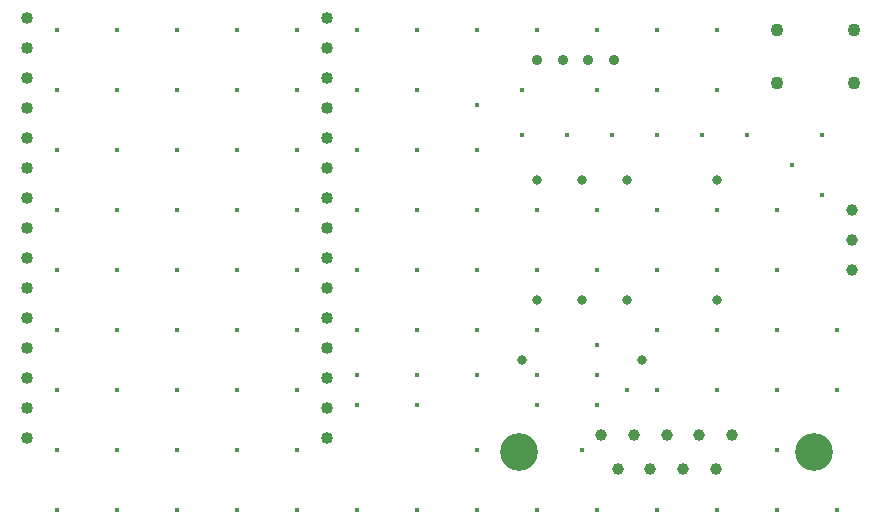
<source format=gbr>
%TF.GenerationSoftware,KiCad,Pcbnew,6.0.7-1.fc36*%
%TF.CreationDate,2022-09-04T22:08:56+02:00*%
%TF.ProjectId,Project,50726f6a-6563-4742-9e6b-696361645f70,rev?*%
%TF.SameCoordinates,Original*%
%TF.FileFunction,Plated,1,2,PTH,Drill*%
%TF.FilePolarity,Positive*%
%FSLAX46Y46*%
G04 Gerber Fmt 4.6, Leading zero omitted, Abs format (unit mm)*
G04 Created by KiCad (PCBNEW 6.0.7-1.fc36) date 2022-09-04 22:08:56*
%MOMM*%
%LPD*%
G01*
G04 APERTURE LIST*
%TA.AperFunction,ViaDrill*%
%ADD10C,0.400000*%
%TD*%
%TA.AperFunction,ComponentDrill*%
%ADD11C,0.800000*%
%TD*%
%TA.AperFunction,ComponentDrill*%
%ADD12C,0.900000*%
%TD*%
%TA.AperFunction,ComponentDrill*%
%ADD13C,1.000000*%
%TD*%
%TA.AperFunction,ComponentDrill*%
%ADD14C,1.020000*%
%TD*%
%TA.AperFunction,ComponentDrill*%
%ADD15C,1.100000*%
%TD*%
%TA.AperFunction,ComponentDrill*%
%ADD16C,3.200000*%
%TD*%
G04 APERTURE END LIST*
D10*
X44450000Y-91440000D03*
X44450000Y-96520000D03*
X44450000Y-101600000D03*
X44450000Y-106680000D03*
X44450000Y-111760000D03*
X44450000Y-116840000D03*
X44450000Y-121920000D03*
X44450000Y-127000000D03*
X44450000Y-132080000D03*
X49530000Y-91440000D03*
X49530000Y-96520000D03*
X49530000Y-101600000D03*
X49530000Y-106680000D03*
X49530000Y-111760000D03*
X49530000Y-116840000D03*
X49530000Y-121920000D03*
X49530000Y-127000000D03*
X49530000Y-132080000D03*
X54610000Y-91440000D03*
X54610000Y-96520000D03*
X54610000Y-101600000D03*
X54610000Y-106680000D03*
X54610000Y-111760000D03*
X54610000Y-116840000D03*
X54610000Y-121920000D03*
X54610000Y-127000000D03*
X54610000Y-132080000D03*
X59690000Y-91440000D03*
X59690000Y-96520000D03*
X59690000Y-101600000D03*
X59690000Y-106680000D03*
X59690000Y-111760000D03*
X59690000Y-116840000D03*
X59690000Y-121920000D03*
X59690000Y-127000000D03*
X59690000Y-132080000D03*
X64770000Y-91440000D03*
X64770000Y-96520000D03*
X64770000Y-101600000D03*
X64770000Y-106680000D03*
X64770000Y-111760000D03*
X64770000Y-116840000D03*
X64770000Y-121920000D03*
X64770000Y-127000000D03*
X64770000Y-132080000D03*
X69850000Y-91440000D03*
X69850000Y-96520000D03*
X69850000Y-101600000D03*
X69850000Y-106680000D03*
X69850000Y-111760000D03*
X69850000Y-116840000D03*
X69850000Y-120650000D03*
X69850000Y-123190000D03*
X69850000Y-132080000D03*
X74930000Y-91440000D03*
X74930000Y-96520000D03*
X74930000Y-101600000D03*
X74930000Y-106680000D03*
X74930000Y-111760000D03*
X74930000Y-116840000D03*
X74930000Y-120650000D03*
X74930000Y-123190000D03*
X74930000Y-132080000D03*
X80010000Y-91440000D03*
X80010000Y-97790000D03*
X80010000Y-101600000D03*
X80010000Y-106680000D03*
X80010000Y-111760000D03*
X80010000Y-116840000D03*
X80010000Y-120650000D03*
X80010000Y-127000000D03*
X80010000Y-132080000D03*
X83820000Y-96520000D03*
X83820000Y-100330000D03*
X85090000Y-91440000D03*
X85090000Y-106680000D03*
X85090000Y-111760000D03*
X85090000Y-116840000D03*
X85090000Y-120650000D03*
X85090000Y-123190000D03*
X85090000Y-132080000D03*
X87630000Y-100330000D03*
X88900000Y-127000000D03*
X90170000Y-91440000D03*
X90170000Y-96520000D03*
X90170000Y-106680000D03*
X90170000Y-111760000D03*
X90170000Y-118110000D03*
X90170000Y-120650000D03*
X90170000Y-123190000D03*
X90170000Y-132080000D03*
X91440000Y-100330000D03*
X92710000Y-121920000D03*
X95250000Y-91440000D03*
X95250000Y-96520000D03*
X95250000Y-100330000D03*
X95250000Y-106680000D03*
X95250000Y-111760000D03*
X95250000Y-116840000D03*
X95250000Y-121920000D03*
X95250000Y-132080000D03*
X99060000Y-100330000D03*
X100330000Y-91440000D03*
X100330000Y-96520000D03*
X100330000Y-106680000D03*
X100330000Y-111760000D03*
X100330000Y-116840000D03*
X100330000Y-121920000D03*
X100330000Y-132080000D03*
X102870000Y-100330000D03*
X105410000Y-106680000D03*
X105410000Y-111760000D03*
X105410000Y-116840000D03*
X105410000Y-121920000D03*
X105410000Y-127000000D03*
X105410000Y-132080000D03*
X106680000Y-102870000D03*
X109220000Y-100330000D03*
X109220000Y-105410000D03*
X110490000Y-116840000D03*
X110490000Y-121920000D03*
X110490000Y-132080000D03*
D11*
%TO.C,R1*%
X83820000Y-119380000D03*
%TO.C,R5*%
X85090000Y-104140000D03*
X85090000Y-114300000D03*
%TO.C,R4*%
X88900000Y-104140000D03*
X88900000Y-114300000D03*
%TO.C,R3*%
X92710000Y-104140000D03*
X92710000Y-114300000D03*
%TO.C,R1*%
X93980000Y-119380000D03*
%TO.C,R2*%
X100330000Y-104140000D03*
X100330000Y-114300000D03*
D12*
%TO.C,D1*%
X85090000Y-93980000D03*
X87249000Y-93980000D03*
X89408000Y-93980000D03*
X91567000Y-93980000D03*
D13*
%TO.C,J2*%
X90520000Y-125730000D03*
X91905000Y-128570000D03*
X93290000Y-125730000D03*
X94675000Y-128570000D03*
X96060000Y-125730000D03*
X97445000Y-128570000D03*
X98830000Y-125730000D03*
X100215000Y-128570000D03*
X101600000Y-125730000D03*
%TO.C,J1*%
X111760000Y-106680000D03*
X111760000Y-109220000D03*
X111760000Y-111760000D03*
D14*
%TO.C,U1*%
X41910000Y-90445000D03*
X41910000Y-92985000D03*
X41910000Y-95525000D03*
X41910000Y-98065000D03*
X41910000Y-100605000D03*
X41910000Y-103145000D03*
X41910000Y-105685000D03*
X41910000Y-108225000D03*
X41910000Y-110765000D03*
X41910000Y-113305000D03*
X41910000Y-115845000D03*
X41910000Y-118385000D03*
X41910000Y-120925000D03*
X41910000Y-123465000D03*
X41910000Y-126005000D03*
X67310000Y-90445000D03*
X67310000Y-92985000D03*
X67310000Y-95525000D03*
X67310000Y-98065000D03*
X67310000Y-100605000D03*
X67310000Y-103145000D03*
X67310000Y-105685000D03*
X67310000Y-108225000D03*
X67310000Y-110765000D03*
X67310000Y-113305000D03*
X67310000Y-115845000D03*
X67310000Y-118385000D03*
X67310000Y-120925000D03*
X67310000Y-123465000D03*
X67310000Y-126005000D03*
D15*
%TO.C,SW1*%
X105410000Y-91440000D03*
X105410000Y-95940000D03*
X111910000Y-91440000D03*
X111910000Y-95940000D03*
D16*
%TO.C,J2*%
X83560000Y-127150000D03*
X108560000Y-127150000D03*
M02*

</source>
